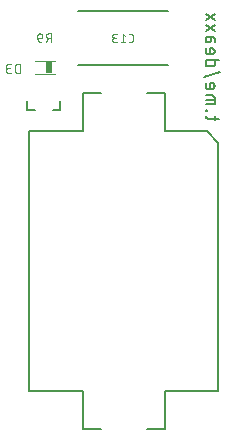
<source format=gbr>
G04 EAGLE Gerber RS-274X export*
G75*
%MOMM*%
%FSLAX34Y34*%
%LPD*%
%INSilkscreen Bottom*%
%IPPOS*%
%AMOC8*
5,1,8,0,0,1.08239X$1,22.5*%
G01*
%ADD10C,0.152400*%
%ADD11C,0.127000*%
%ADD12C,0.101600*%
%ADD13C,0.203200*%
%ADD14R,0.600000X1.100000*%
%ADD15C,0.076200*%


D10*
X204408Y339627D02*
X204408Y343352D01*
X208133Y340869D02*
X198820Y340869D01*
X198820Y340868D02*
X198736Y340870D01*
X198653Y340875D01*
X198570Y340885D01*
X198487Y340898D01*
X198405Y340915D01*
X198324Y340935D01*
X198244Y340959D01*
X198165Y340987D01*
X198088Y341018D01*
X198012Y341052D01*
X197937Y341090D01*
X197864Y341132D01*
X197794Y341176D01*
X197725Y341224D01*
X197658Y341274D01*
X197594Y341328D01*
X197533Y341384D01*
X197473Y341444D01*
X197417Y341505D01*
X197363Y341569D01*
X197313Y341636D01*
X197265Y341705D01*
X197221Y341775D01*
X197179Y341848D01*
X197141Y341923D01*
X197107Y341999D01*
X197076Y342076D01*
X197048Y342155D01*
X197024Y342235D01*
X197004Y342316D01*
X196987Y342398D01*
X196974Y342481D01*
X196964Y342564D01*
X196959Y342647D01*
X196957Y342731D01*
X196957Y343352D01*
X196957Y347391D02*
X197578Y347391D01*
X197578Y348012D01*
X196957Y348012D01*
X196957Y347391D01*
X196957Y353120D02*
X204408Y353120D01*
X204408Y358708D01*
X204406Y358792D01*
X204401Y358875D01*
X204391Y358958D01*
X204378Y359041D01*
X204361Y359123D01*
X204341Y359204D01*
X204317Y359284D01*
X204289Y359363D01*
X204258Y359440D01*
X204224Y359516D01*
X204186Y359591D01*
X204144Y359664D01*
X204100Y359734D01*
X204052Y359803D01*
X204002Y359870D01*
X203948Y359934D01*
X203892Y359995D01*
X203832Y360055D01*
X203771Y360111D01*
X203707Y360165D01*
X203640Y360215D01*
X203571Y360263D01*
X203501Y360307D01*
X203428Y360349D01*
X203353Y360387D01*
X203277Y360421D01*
X203200Y360452D01*
X203121Y360480D01*
X203041Y360504D01*
X202960Y360524D01*
X202878Y360541D01*
X202795Y360554D01*
X202712Y360564D01*
X202629Y360569D01*
X202545Y360571D01*
X202545Y360570D02*
X196957Y360570D01*
X196957Y356845D02*
X204408Y356845D01*
X196957Y368035D02*
X196957Y371140D01*
X196957Y368035D02*
X196959Y367951D01*
X196964Y367868D01*
X196974Y367785D01*
X196987Y367702D01*
X197004Y367620D01*
X197024Y367539D01*
X197048Y367459D01*
X197076Y367380D01*
X197107Y367303D01*
X197141Y367227D01*
X197179Y367152D01*
X197221Y367079D01*
X197265Y367009D01*
X197313Y366940D01*
X197363Y366873D01*
X197417Y366809D01*
X197473Y366748D01*
X197533Y366688D01*
X197594Y366632D01*
X197658Y366578D01*
X197725Y366528D01*
X197794Y366480D01*
X197864Y366436D01*
X197937Y366394D01*
X198012Y366356D01*
X198088Y366322D01*
X198165Y366291D01*
X198244Y366263D01*
X198324Y366239D01*
X198405Y366219D01*
X198487Y366202D01*
X198570Y366189D01*
X198653Y366179D01*
X198736Y366174D01*
X198820Y366172D01*
X198820Y366173D02*
X201924Y366173D01*
X201924Y366172D02*
X202023Y366174D01*
X202121Y366180D01*
X202220Y366190D01*
X202317Y366203D01*
X202415Y366221D01*
X202511Y366242D01*
X202607Y366268D01*
X202701Y366297D01*
X202794Y366329D01*
X202886Y366366D01*
X202976Y366406D01*
X203065Y366450D01*
X203152Y366497D01*
X203237Y366547D01*
X203319Y366601D01*
X203400Y366658D01*
X203478Y366718D01*
X203554Y366782D01*
X203627Y366848D01*
X203698Y366917D01*
X203766Y366989D01*
X203830Y367064D01*
X203892Y367141D01*
X203951Y367220D01*
X204006Y367302D01*
X204059Y367386D01*
X204107Y367471D01*
X204153Y367559D01*
X204195Y367649D01*
X204233Y367740D01*
X204267Y367832D01*
X204298Y367926D01*
X204325Y368021D01*
X204349Y368117D01*
X204368Y368214D01*
X204384Y368311D01*
X204396Y368409D01*
X204404Y368508D01*
X204408Y368607D01*
X204408Y368705D01*
X204404Y368804D01*
X204396Y368903D01*
X204384Y369001D01*
X204368Y369098D01*
X204349Y369195D01*
X204325Y369291D01*
X204298Y369386D01*
X204267Y369480D01*
X204233Y369572D01*
X204195Y369663D01*
X204153Y369753D01*
X204107Y369841D01*
X204059Y369926D01*
X204006Y370010D01*
X203951Y370092D01*
X203892Y370171D01*
X203830Y370248D01*
X203766Y370323D01*
X203698Y370395D01*
X203627Y370464D01*
X203554Y370530D01*
X203478Y370594D01*
X203400Y370654D01*
X203319Y370711D01*
X203237Y370765D01*
X203152Y370815D01*
X203065Y370862D01*
X202976Y370906D01*
X202886Y370946D01*
X202794Y370983D01*
X202701Y371015D01*
X202607Y371044D01*
X202511Y371070D01*
X202415Y371091D01*
X202317Y371109D01*
X202220Y371122D01*
X202121Y371132D01*
X202023Y371138D01*
X201924Y371140D01*
X200682Y371140D01*
X200682Y366173D01*
X195715Y375697D02*
X209375Y380665D01*
X208133Y390116D02*
X196957Y390116D01*
X196957Y387011D01*
X196959Y386927D01*
X196964Y386844D01*
X196974Y386761D01*
X196987Y386678D01*
X197004Y386596D01*
X197024Y386515D01*
X197048Y386435D01*
X197076Y386356D01*
X197107Y386279D01*
X197141Y386203D01*
X197179Y386128D01*
X197221Y386055D01*
X197265Y385985D01*
X197313Y385916D01*
X197363Y385849D01*
X197417Y385785D01*
X197473Y385724D01*
X197533Y385664D01*
X197594Y385608D01*
X197658Y385554D01*
X197725Y385504D01*
X197794Y385456D01*
X197864Y385412D01*
X197937Y385370D01*
X198012Y385332D01*
X198088Y385298D01*
X198165Y385267D01*
X198244Y385239D01*
X198324Y385215D01*
X198405Y385195D01*
X198487Y385178D01*
X198570Y385165D01*
X198653Y385155D01*
X198736Y385150D01*
X198820Y385148D01*
X198820Y385149D02*
X202545Y385149D01*
X202545Y385148D02*
X202629Y385150D01*
X202712Y385156D01*
X202795Y385165D01*
X202878Y385178D01*
X202960Y385195D01*
X203041Y385215D01*
X203121Y385239D01*
X203200Y385267D01*
X203277Y385298D01*
X203353Y385332D01*
X203428Y385370D01*
X203501Y385412D01*
X203571Y385456D01*
X203640Y385504D01*
X203707Y385554D01*
X203771Y385608D01*
X203832Y385664D01*
X203892Y385724D01*
X203948Y385785D01*
X204002Y385849D01*
X204052Y385916D01*
X204100Y385985D01*
X204144Y386055D01*
X204186Y386128D01*
X204224Y386203D01*
X204258Y386279D01*
X204289Y386356D01*
X204317Y386435D01*
X204341Y386515D01*
X204361Y386596D01*
X204378Y386678D01*
X204391Y386761D01*
X204401Y386844D01*
X204406Y386927D01*
X204408Y387011D01*
X204408Y390116D01*
X196957Y397372D02*
X196957Y400477D01*
X196957Y397372D02*
X196959Y397288D01*
X196964Y397205D01*
X196974Y397122D01*
X196987Y397039D01*
X197004Y396957D01*
X197024Y396876D01*
X197048Y396796D01*
X197076Y396717D01*
X197107Y396640D01*
X197141Y396564D01*
X197179Y396489D01*
X197221Y396416D01*
X197265Y396346D01*
X197313Y396277D01*
X197363Y396210D01*
X197417Y396146D01*
X197473Y396085D01*
X197533Y396025D01*
X197594Y395969D01*
X197658Y395915D01*
X197725Y395865D01*
X197794Y395817D01*
X197864Y395773D01*
X197937Y395731D01*
X198012Y395693D01*
X198088Y395659D01*
X198165Y395628D01*
X198244Y395600D01*
X198324Y395576D01*
X198405Y395556D01*
X198487Y395539D01*
X198570Y395526D01*
X198653Y395516D01*
X198736Y395511D01*
X198820Y395509D01*
X201924Y395509D01*
X202023Y395511D01*
X202121Y395517D01*
X202220Y395527D01*
X202317Y395540D01*
X202415Y395558D01*
X202511Y395579D01*
X202607Y395605D01*
X202701Y395634D01*
X202794Y395666D01*
X202886Y395703D01*
X202976Y395743D01*
X203065Y395787D01*
X203152Y395834D01*
X203237Y395884D01*
X203319Y395938D01*
X203400Y395995D01*
X203478Y396055D01*
X203554Y396119D01*
X203627Y396185D01*
X203698Y396254D01*
X203766Y396326D01*
X203830Y396401D01*
X203892Y396478D01*
X203951Y396557D01*
X204006Y396639D01*
X204059Y396723D01*
X204107Y396808D01*
X204153Y396896D01*
X204195Y396986D01*
X204233Y397077D01*
X204267Y397169D01*
X204298Y397263D01*
X204325Y397358D01*
X204349Y397454D01*
X204368Y397551D01*
X204384Y397648D01*
X204396Y397746D01*
X204404Y397845D01*
X204408Y397944D01*
X204408Y398042D01*
X204404Y398141D01*
X204396Y398240D01*
X204384Y398338D01*
X204368Y398435D01*
X204349Y398532D01*
X204325Y398628D01*
X204298Y398723D01*
X204267Y398817D01*
X204233Y398909D01*
X204195Y399000D01*
X204153Y399090D01*
X204107Y399178D01*
X204059Y399263D01*
X204006Y399347D01*
X203951Y399429D01*
X203892Y399508D01*
X203830Y399585D01*
X203766Y399660D01*
X203698Y399732D01*
X203627Y399801D01*
X203554Y399867D01*
X203478Y399931D01*
X203400Y399991D01*
X203319Y400048D01*
X203237Y400102D01*
X203152Y400152D01*
X203065Y400199D01*
X202976Y400243D01*
X202886Y400283D01*
X202794Y400320D01*
X202701Y400352D01*
X202607Y400381D01*
X202511Y400407D01*
X202415Y400428D01*
X202317Y400446D01*
X202220Y400459D01*
X202121Y400469D01*
X202023Y400475D01*
X201924Y400477D01*
X200682Y400477D01*
X200682Y395509D01*
X201303Y407515D02*
X201303Y410309D01*
X201303Y407515D02*
X201301Y407423D01*
X201295Y407331D01*
X201285Y407239D01*
X201272Y407148D01*
X201254Y407057D01*
X201233Y406967D01*
X201208Y406879D01*
X201179Y406791D01*
X201146Y406705D01*
X201110Y406620D01*
X201070Y406537D01*
X201027Y406455D01*
X200980Y406376D01*
X200930Y406298D01*
X200877Y406223D01*
X200821Y406150D01*
X200761Y406079D01*
X200699Y406011D01*
X200634Y405946D01*
X200566Y405884D01*
X200495Y405824D01*
X200422Y405768D01*
X200347Y405715D01*
X200269Y405665D01*
X200190Y405618D01*
X200108Y405575D01*
X200025Y405535D01*
X199940Y405499D01*
X199854Y405466D01*
X199766Y405437D01*
X199678Y405412D01*
X199588Y405391D01*
X199497Y405373D01*
X199406Y405360D01*
X199314Y405350D01*
X199222Y405344D01*
X199130Y405342D01*
X199038Y405344D01*
X198946Y405350D01*
X198854Y405360D01*
X198763Y405373D01*
X198672Y405391D01*
X198582Y405412D01*
X198494Y405437D01*
X198406Y405466D01*
X198320Y405499D01*
X198235Y405535D01*
X198152Y405575D01*
X198070Y405618D01*
X197991Y405665D01*
X197913Y405715D01*
X197838Y405768D01*
X197765Y405824D01*
X197694Y405884D01*
X197626Y405946D01*
X197561Y406011D01*
X197499Y406079D01*
X197439Y406150D01*
X197383Y406223D01*
X197330Y406298D01*
X197280Y406376D01*
X197233Y406455D01*
X197190Y406537D01*
X197150Y406620D01*
X197114Y406705D01*
X197081Y406791D01*
X197052Y406879D01*
X197027Y406967D01*
X197006Y407057D01*
X196988Y407148D01*
X196975Y407239D01*
X196965Y407331D01*
X196959Y407423D01*
X196957Y407515D01*
X196957Y410309D01*
X202545Y410309D01*
X202629Y410307D01*
X202712Y410302D01*
X202795Y410292D01*
X202878Y410279D01*
X202960Y410262D01*
X203041Y410242D01*
X203121Y410218D01*
X203200Y410190D01*
X203277Y410159D01*
X203353Y410125D01*
X203428Y410087D01*
X203501Y410045D01*
X203571Y410001D01*
X203640Y409953D01*
X203707Y409903D01*
X203771Y409849D01*
X203832Y409793D01*
X203892Y409733D01*
X203948Y409672D01*
X204002Y409608D01*
X204052Y409541D01*
X204100Y409472D01*
X204144Y409402D01*
X204186Y409329D01*
X204224Y409254D01*
X204258Y409178D01*
X204289Y409101D01*
X204317Y409022D01*
X204341Y408942D01*
X204361Y408861D01*
X204378Y408779D01*
X204391Y408696D01*
X204401Y408613D01*
X204406Y408530D01*
X204408Y408446D01*
X204408Y405963D01*
X196957Y415321D02*
X204408Y420288D01*
X204408Y415321D02*
X196957Y420288D01*
X196957Y424465D02*
X204408Y429432D01*
X204408Y424465D02*
X196957Y429432D01*
D11*
X164733Y431800D02*
X88733Y431800D01*
X88733Y385800D02*
X164733Y385800D01*
D12*
X133472Y405500D02*
X131892Y405500D01*
X133472Y405500D02*
X133550Y405502D01*
X133627Y405508D01*
X133704Y405517D01*
X133780Y405530D01*
X133856Y405547D01*
X133931Y405568D01*
X134004Y405592D01*
X134077Y405620D01*
X134148Y405652D01*
X134217Y405687D01*
X134284Y405725D01*
X134350Y405766D01*
X134413Y405811D01*
X134474Y405859D01*
X134533Y405909D01*
X134589Y405963D01*
X134643Y406019D01*
X134693Y406078D01*
X134741Y406139D01*
X134786Y406202D01*
X134827Y406268D01*
X134865Y406335D01*
X134900Y406404D01*
X134932Y406475D01*
X134960Y406548D01*
X134984Y406621D01*
X135005Y406696D01*
X135022Y406772D01*
X135035Y406848D01*
X135044Y406925D01*
X135050Y407002D01*
X135052Y407080D01*
X135053Y407080D02*
X135053Y411032D01*
X135052Y411032D02*
X135050Y411110D01*
X135044Y411187D01*
X135035Y411264D01*
X135022Y411340D01*
X135005Y411416D01*
X134984Y411491D01*
X134960Y411564D01*
X134932Y411637D01*
X134900Y411708D01*
X134865Y411777D01*
X134827Y411844D01*
X134786Y411910D01*
X134741Y411973D01*
X134693Y412034D01*
X134643Y412093D01*
X134589Y412149D01*
X134533Y412203D01*
X134474Y412253D01*
X134413Y412301D01*
X134350Y412346D01*
X134284Y412387D01*
X134217Y412425D01*
X134148Y412460D01*
X134077Y412492D01*
X134004Y412520D01*
X133931Y412544D01*
X133856Y412565D01*
X133780Y412582D01*
X133704Y412595D01*
X133627Y412604D01*
X133550Y412610D01*
X133472Y412612D01*
X131892Y412612D01*
X128930Y411032D02*
X126954Y412612D01*
X126954Y405500D01*
X128930Y405500D02*
X124978Y405500D01*
X121614Y405500D02*
X119639Y405500D01*
X119552Y405502D01*
X119464Y405508D01*
X119377Y405517D01*
X119291Y405531D01*
X119205Y405548D01*
X119121Y405569D01*
X119037Y405594D01*
X118954Y405623D01*
X118873Y405655D01*
X118793Y405690D01*
X118715Y405729D01*
X118638Y405772D01*
X118564Y405818D01*
X118492Y405867D01*
X118422Y405919D01*
X118354Y405975D01*
X118289Y406033D01*
X118226Y406094D01*
X118167Y406158D01*
X118110Y406225D01*
X118056Y406293D01*
X118005Y406365D01*
X117958Y406438D01*
X117913Y406513D01*
X117872Y406591D01*
X117835Y406670D01*
X117801Y406750D01*
X117771Y406832D01*
X117744Y406915D01*
X117721Y407000D01*
X117702Y407085D01*
X117687Y407171D01*
X117675Y407258D01*
X117667Y407345D01*
X117663Y407432D01*
X117663Y407520D01*
X117667Y407607D01*
X117675Y407694D01*
X117687Y407781D01*
X117702Y407867D01*
X117721Y407952D01*
X117744Y408037D01*
X117771Y408120D01*
X117801Y408202D01*
X117835Y408282D01*
X117872Y408361D01*
X117913Y408439D01*
X117958Y408514D01*
X118005Y408587D01*
X118056Y408659D01*
X118110Y408727D01*
X118167Y408794D01*
X118226Y408858D01*
X118289Y408919D01*
X118354Y408977D01*
X118422Y409033D01*
X118492Y409085D01*
X118564Y409134D01*
X118638Y409180D01*
X118715Y409223D01*
X118793Y409262D01*
X118873Y409297D01*
X118954Y409329D01*
X119037Y409358D01*
X119121Y409383D01*
X119205Y409404D01*
X119291Y409421D01*
X119377Y409435D01*
X119464Y409444D01*
X119552Y409450D01*
X119639Y409452D01*
X119244Y412612D02*
X121614Y412612D01*
X119244Y412612D02*
X119165Y412610D01*
X119087Y412604D01*
X119009Y412594D01*
X118931Y412581D01*
X118854Y412563D01*
X118778Y412542D01*
X118704Y412517D01*
X118630Y412488D01*
X118558Y412456D01*
X118488Y412420D01*
X118420Y412380D01*
X118354Y412337D01*
X118290Y412291D01*
X118228Y412242D01*
X118169Y412190D01*
X118113Y412135D01*
X118059Y412077D01*
X118009Y412017D01*
X117961Y411954D01*
X117917Y411889D01*
X117876Y411822D01*
X117838Y411753D01*
X117804Y411682D01*
X117773Y411609D01*
X117746Y411535D01*
X117723Y411460D01*
X117704Y411384D01*
X117688Y411306D01*
X117676Y411228D01*
X117668Y411150D01*
X117664Y411071D01*
X117664Y410993D01*
X117668Y410914D01*
X117676Y410836D01*
X117688Y410758D01*
X117704Y410680D01*
X117723Y410604D01*
X117746Y410529D01*
X117773Y410455D01*
X117804Y410382D01*
X117838Y410311D01*
X117876Y410242D01*
X117917Y410175D01*
X117961Y410110D01*
X118009Y410047D01*
X118059Y409987D01*
X118113Y409929D01*
X118169Y409874D01*
X118228Y409822D01*
X118290Y409773D01*
X118354Y409727D01*
X118420Y409684D01*
X118488Y409644D01*
X118558Y409608D01*
X118630Y409576D01*
X118704Y409547D01*
X118778Y409522D01*
X118854Y409501D01*
X118931Y409483D01*
X119009Y409470D01*
X119087Y409460D01*
X119165Y409454D01*
X119244Y409452D01*
X119244Y409451D02*
X120824Y409451D01*
D13*
X45346Y356109D02*
X45346Y347981D01*
X51934Y347981D01*
X73794Y347981D02*
X73794Y356109D01*
X73794Y347981D02*
X67206Y347981D01*
D10*
X92583Y362345D02*
X108331Y362345D01*
X92583Y362345D02*
X92583Y330327D01*
X47625Y330327D01*
X47625Y110363D01*
X92583Y110363D01*
X92583Y78345D01*
X162687Y78345D02*
X162687Y110363D01*
X207645Y110363D01*
X207645Y320327D01*
X197645Y330327D01*
X162687Y330327D01*
X162687Y362345D01*
X146939Y362345D01*
X108077Y78345D02*
X92583Y78345D01*
X146939Y78345D02*
X162687Y78345D01*
D12*
X69460Y389675D02*
X52460Y389675D01*
X52460Y378675D02*
X69460Y378675D01*
D14*
X64460Y384175D03*
D15*
X39327Y386849D02*
X39327Y379483D01*
X39327Y386849D02*
X37281Y386849D01*
X37192Y386847D01*
X37103Y386841D01*
X37014Y386831D01*
X36926Y386818D01*
X36838Y386801D01*
X36751Y386779D01*
X36666Y386754D01*
X36581Y386726D01*
X36498Y386693D01*
X36416Y386657D01*
X36336Y386618D01*
X36258Y386575D01*
X36182Y386529D01*
X36107Y386479D01*
X36035Y386426D01*
X35966Y386370D01*
X35899Y386311D01*
X35834Y386250D01*
X35773Y386185D01*
X35714Y386118D01*
X35658Y386049D01*
X35605Y385977D01*
X35555Y385902D01*
X35509Y385826D01*
X35466Y385748D01*
X35427Y385668D01*
X35391Y385586D01*
X35358Y385503D01*
X35330Y385418D01*
X35305Y385333D01*
X35283Y385246D01*
X35266Y385158D01*
X35253Y385070D01*
X35243Y384981D01*
X35237Y384892D01*
X35235Y384803D01*
X35235Y381529D01*
X35237Y381440D01*
X35243Y381351D01*
X35253Y381262D01*
X35266Y381174D01*
X35283Y381086D01*
X35305Y380999D01*
X35330Y380914D01*
X35358Y380829D01*
X35391Y380746D01*
X35427Y380664D01*
X35466Y380584D01*
X35509Y380506D01*
X35555Y380430D01*
X35605Y380355D01*
X35658Y380283D01*
X35714Y380214D01*
X35773Y380147D01*
X35834Y380082D01*
X35899Y380021D01*
X35966Y379962D01*
X36035Y379906D01*
X36107Y379853D01*
X36182Y379803D01*
X36258Y379757D01*
X36336Y379714D01*
X36416Y379675D01*
X36498Y379639D01*
X36581Y379606D01*
X36666Y379578D01*
X36751Y379553D01*
X36838Y379531D01*
X36926Y379514D01*
X37014Y379501D01*
X37103Y379491D01*
X37192Y379485D01*
X37281Y379483D01*
X39327Y379483D01*
X31768Y379483D02*
X29722Y379483D01*
X29633Y379485D01*
X29544Y379491D01*
X29455Y379501D01*
X29367Y379514D01*
X29279Y379531D01*
X29192Y379553D01*
X29107Y379578D01*
X29022Y379606D01*
X28939Y379639D01*
X28857Y379675D01*
X28777Y379714D01*
X28699Y379757D01*
X28623Y379803D01*
X28548Y379853D01*
X28476Y379906D01*
X28407Y379962D01*
X28340Y380021D01*
X28275Y380082D01*
X28214Y380147D01*
X28155Y380214D01*
X28099Y380283D01*
X28046Y380355D01*
X27996Y380430D01*
X27950Y380506D01*
X27907Y380584D01*
X27868Y380664D01*
X27832Y380746D01*
X27799Y380829D01*
X27771Y380914D01*
X27746Y380999D01*
X27724Y381086D01*
X27707Y381174D01*
X27694Y381262D01*
X27684Y381351D01*
X27678Y381440D01*
X27676Y381529D01*
X27678Y381618D01*
X27684Y381707D01*
X27694Y381796D01*
X27707Y381884D01*
X27724Y381972D01*
X27746Y382059D01*
X27771Y382144D01*
X27799Y382229D01*
X27832Y382312D01*
X27868Y382394D01*
X27907Y382474D01*
X27950Y382552D01*
X27996Y382628D01*
X28046Y382703D01*
X28099Y382775D01*
X28155Y382844D01*
X28214Y382911D01*
X28275Y382976D01*
X28340Y383037D01*
X28407Y383096D01*
X28476Y383152D01*
X28548Y383205D01*
X28623Y383255D01*
X28699Y383301D01*
X28777Y383344D01*
X28857Y383383D01*
X28939Y383419D01*
X29022Y383452D01*
X29107Y383480D01*
X29192Y383505D01*
X29279Y383527D01*
X29367Y383544D01*
X29455Y383557D01*
X29544Y383567D01*
X29633Y383573D01*
X29722Y383575D01*
X29313Y386849D02*
X31768Y386849D01*
X29313Y386849D02*
X29234Y386847D01*
X29155Y386841D01*
X29076Y386832D01*
X28998Y386819D01*
X28921Y386801D01*
X28845Y386781D01*
X28770Y386756D01*
X28696Y386728D01*
X28623Y386697D01*
X28552Y386661D01*
X28483Y386623D01*
X28416Y386581D01*
X28351Y386536D01*
X28288Y386488D01*
X28227Y386437D01*
X28170Y386383D01*
X28114Y386327D01*
X28062Y386268D01*
X28012Y386206D01*
X27966Y386142D01*
X27922Y386076D01*
X27882Y386008D01*
X27846Y385938D01*
X27812Y385866D01*
X27782Y385792D01*
X27756Y385718D01*
X27733Y385642D01*
X27715Y385565D01*
X27699Y385488D01*
X27688Y385409D01*
X27680Y385331D01*
X27676Y385252D01*
X27676Y385172D01*
X27680Y385093D01*
X27688Y385015D01*
X27699Y384936D01*
X27715Y384859D01*
X27733Y384782D01*
X27756Y384706D01*
X27782Y384632D01*
X27812Y384558D01*
X27846Y384486D01*
X27882Y384416D01*
X27922Y384348D01*
X27966Y384282D01*
X28012Y384218D01*
X28062Y384156D01*
X28114Y384097D01*
X28170Y384041D01*
X28227Y383987D01*
X28288Y383936D01*
X28351Y383888D01*
X28416Y383843D01*
X28483Y383801D01*
X28552Y383763D01*
X28623Y383727D01*
X28696Y383696D01*
X28770Y383668D01*
X28845Y383643D01*
X28921Y383623D01*
X28998Y383605D01*
X29076Y383592D01*
X29155Y383583D01*
X29234Y383577D01*
X29313Y383575D01*
X30950Y383575D01*
X65687Y405588D02*
X65687Y412954D01*
X63641Y412954D01*
X63552Y412952D01*
X63463Y412946D01*
X63374Y412936D01*
X63286Y412923D01*
X63198Y412906D01*
X63111Y412884D01*
X63026Y412859D01*
X62941Y412831D01*
X62858Y412798D01*
X62776Y412762D01*
X62696Y412723D01*
X62618Y412680D01*
X62542Y412634D01*
X62467Y412584D01*
X62395Y412531D01*
X62326Y412475D01*
X62259Y412416D01*
X62194Y412355D01*
X62133Y412290D01*
X62074Y412223D01*
X62018Y412154D01*
X61965Y412082D01*
X61915Y412007D01*
X61869Y411931D01*
X61826Y411853D01*
X61787Y411773D01*
X61751Y411691D01*
X61718Y411608D01*
X61690Y411523D01*
X61665Y411438D01*
X61643Y411351D01*
X61626Y411263D01*
X61613Y411175D01*
X61603Y411086D01*
X61597Y410997D01*
X61595Y410908D01*
X61597Y410819D01*
X61603Y410730D01*
X61613Y410641D01*
X61626Y410553D01*
X61643Y410465D01*
X61665Y410378D01*
X61690Y410293D01*
X61718Y410208D01*
X61751Y410125D01*
X61787Y410043D01*
X61826Y409963D01*
X61869Y409885D01*
X61915Y409809D01*
X61965Y409734D01*
X62018Y409662D01*
X62074Y409593D01*
X62133Y409526D01*
X62194Y409461D01*
X62259Y409400D01*
X62326Y409341D01*
X62395Y409285D01*
X62467Y409232D01*
X62542Y409182D01*
X62618Y409136D01*
X62696Y409093D01*
X62776Y409054D01*
X62858Y409018D01*
X62941Y408985D01*
X63026Y408957D01*
X63111Y408932D01*
X63198Y408910D01*
X63286Y408893D01*
X63374Y408880D01*
X63463Y408870D01*
X63552Y408864D01*
X63641Y408862D01*
X65687Y408862D01*
X63232Y408862D02*
X61595Y405588D01*
X56786Y408862D02*
X54331Y408862D01*
X56786Y408862D02*
X56864Y408864D01*
X56942Y408869D01*
X57019Y408879D01*
X57096Y408892D01*
X57172Y408908D01*
X57247Y408928D01*
X57321Y408952D01*
X57394Y408979D01*
X57466Y409010D01*
X57536Y409044D01*
X57605Y409081D01*
X57671Y409122D01*
X57736Y409166D01*
X57798Y409212D01*
X57858Y409262D01*
X57916Y409314D01*
X57971Y409369D01*
X58023Y409427D01*
X58073Y409487D01*
X58119Y409549D01*
X58163Y409614D01*
X58204Y409681D01*
X58241Y409749D01*
X58275Y409819D01*
X58306Y409891D01*
X58333Y409964D01*
X58357Y410038D01*
X58377Y410113D01*
X58393Y410189D01*
X58406Y410266D01*
X58416Y410343D01*
X58421Y410421D01*
X58423Y410499D01*
X58423Y410908D01*
X58421Y410997D01*
X58415Y411086D01*
X58405Y411175D01*
X58392Y411263D01*
X58375Y411351D01*
X58353Y411438D01*
X58328Y411523D01*
X58300Y411608D01*
X58267Y411691D01*
X58231Y411773D01*
X58192Y411853D01*
X58149Y411931D01*
X58103Y412007D01*
X58053Y412082D01*
X58000Y412154D01*
X57944Y412223D01*
X57885Y412290D01*
X57824Y412355D01*
X57759Y412416D01*
X57692Y412475D01*
X57623Y412531D01*
X57551Y412584D01*
X57476Y412634D01*
X57400Y412680D01*
X57322Y412723D01*
X57242Y412762D01*
X57160Y412798D01*
X57077Y412831D01*
X56992Y412859D01*
X56907Y412884D01*
X56820Y412906D01*
X56732Y412923D01*
X56644Y412936D01*
X56555Y412946D01*
X56466Y412952D01*
X56377Y412954D01*
X56288Y412952D01*
X56199Y412946D01*
X56110Y412936D01*
X56022Y412923D01*
X55934Y412906D01*
X55847Y412884D01*
X55762Y412859D01*
X55677Y412831D01*
X55594Y412798D01*
X55512Y412762D01*
X55432Y412723D01*
X55354Y412680D01*
X55278Y412634D01*
X55203Y412584D01*
X55131Y412531D01*
X55062Y412475D01*
X54995Y412416D01*
X54930Y412355D01*
X54869Y412290D01*
X54810Y412223D01*
X54754Y412154D01*
X54701Y412082D01*
X54651Y412007D01*
X54605Y411931D01*
X54562Y411853D01*
X54523Y411773D01*
X54487Y411691D01*
X54454Y411608D01*
X54426Y411523D01*
X54401Y411438D01*
X54379Y411351D01*
X54362Y411263D01*
X54349Y411175D01*
X54339Y411086D01*
X54333Y410997D01*
X54331Y410908D01*
X54331Y408862D01*
X54333Y408750D01*
X54339Y408639D01*
X54348Y408527D01*
X54361Y408416D01*
X54379Y408306D01*
X54399Y408196D01*
X54424Y408087D01*
X54452Y407979D01*
X54484Y407872D01*
X54520Y407766D01*
X54559Y407661D01*
X54602Y407558D01*
X54648Y407456D01*
X54698Y407356D01*
X54751Y407257D01*
X54808Y407161D01*
X54867Y407066D01*
X54930Y406974D01*
X54996Y406884D01*
X55065Y406796D01*
X55137Y406710D01*
X55212Y406627D01*
X55290Y406547D01*
X55370Y406469D01*
X55453Y406394D01*
X55539Y406322D01*
X55627Y406253D01*
X55717Y406187D01*
X55809Y406124D01*
X55904Y406065D01*
X56000Y406008D01*
X56099Y405955D01*
X56199Y405905D01*
X56301Y405859D01*
X56404Y405816D01*
X56509Y405777D01*
X56615Y405741D01*
X56722Y405709D01*
X56830Y405681D01*
X56939Y405656D01*
X57049Y405636D01*
X57159Y405618D01*
X57270Y405605D01*
X57382Y405596D01*
X57493Y405590D01*
X57605Y405588D01*
M02*

</source>
